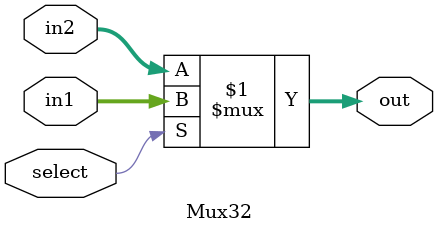
<source format=v>
module Mux32(in1,in2,select,out);
  input [31:0]in1, in2; 
  input select;
  output [31:0]out;
  assign out = select? in1: in2;// select = 0, out = in1; select = 1, out = in2.
endmodule
</source>
